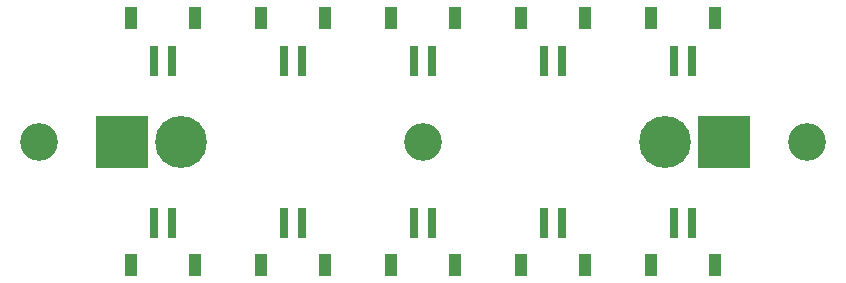
<source format=gbr>
%TF.GenerationSoftware,KiCad,Pcbnew,6.0.7-f9a2dced07~116~ubuntu20.04.1*%
%TF.CreationDate,2022-09-20T13:31:56+02:00*%
%TF.ProjectId,MateLightPowerSupplyPcb,4d617465-4c69-4676-9874-506f77657253,rev?*%
%TF.SameCoordinates,Original*%
%TF.FileFunction,Soldermask,Bot*%
%TF.FilePolarity,Negative*%
%FSLAX46Y46*%
G04 Gerber Fmt 4.6, Leading zero omitted, Abs format (unit mm)*
G04 Created by KiCad (PCBNEW 6.0.7-f9a2dced07~116~ubuntu20.04.1) date 2022-09-20 13:31:56*
%MOMM*%
%LPD*%
G01*
G04 APERTURE LIST*
%ADD10C,3.200000*%
%ADD11R,4.400000X4.400000*%
%ADD12C,4.400000*%
%ADD13R,0.700000X2.500000*%
%ADD14R,1.100000X1.900000*%
G04 APERTURE END LIST*
D10*
%TO.C,H1*%
X104000000Y-113000000D03*
%TD*%
D11*
%TO.C,X1*%
X111000000Y-113000000D03*
D12*
X116000000Y-113000000D03*
%TD*%
D11*
%TO.C,X2*%
X162000000Y-113000000D03*
D12*
X157000000Y-113000000D03*
%TD*%
D10*
%TO.C,H3*%
X169000000Y-113000000D03*
%TD*%
%TO.C,H2*%
X136500000Y-113000000D03*
%TD*%
D13*
%TO.C,X20*%
X137250000Y-119850000D03*
X135750000Y-119850000D03*
D14*
X139200000Y-123450000D03*
X133800000Y-123450000D03*
%TD*%
D13*
%TO.C,X22*%
X115250000Y-119850000D03*
X113750000Y-119850000D03*
D14*
X117200000Y-123450000D03*
X111800000Y-123450000D03*
%TD*%
D13*
%TO.C,X21*%
X126250000Y-119850000D03*
X124750000Y-119850000D03*
D14*
X128200000Y-123450000D03*
X122800000Y-123450000D03*
%TD*%
%TO.C,X13*%
X161200000Y-102550000D03*
X155800000Y-102550000D03*
D13*
X159250000Y-106150000D03*
X157750000Y-106150000D03*
%TD*%
%TO.C,X15*%
X135750000Y-106150000D03*
X137250000Y-106150000D03*
D14*
X133800000Y-102550000D03*
X139200000Y-102550000D03*
%TD*%
D13*
%TO.C,X14*%
X146750000Y-106150000D03*
X148250000Y-106150000D03*
D14*
X144800000Y-102550000D03*
X150200000Y-102550000D03*
%TD*%
D13*
%TO.C,X18*%
X159250000Y-119850000D03*
X157750000Y-119850000D03*
D14*
X161200000Y-123450000D03*
X155800000Y-123450000D03*
%TD*%
D13*
%TO.C,X19*%
X148250000Y-119850000D03*
X146750000Y-119850000D03*
D14*
X150200000Y-123450000D03*
X144800000Y-123450000D03*
%TD*%
D13*
%TO.C,X17*%
X113750000Y-106150000D03*
X115250000Y-106150000D03*
D14*
X111800000Y-102550000D03*
X117200000Y-102550000D03*
%TD*%
D13*
%TO.C,X16*%
X124750000Y-106150000D03*
X126250000Y-106150000D03*
D14*
X122800000Y-102550000D03*
X128200000Y-102550000D03*
%TD*%
M02*

</source>
